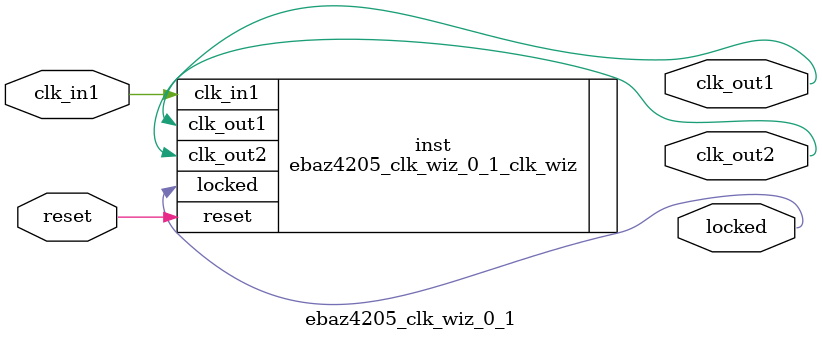
<source format=v>


`timescale 1ps/1ps

(* CORE_GENERATION_INFO = "ebaz4205_clk_wiz_0_1,clk_wiz_v6_0_11_0_0,{component_name=ebaz4205_clk_wiz_0_1,use_phase_alignment=true,use_min_o_jitter=false,use_max_i_jitter=false,use_dyn_phase_shift=false,use_inclk_switchover=false,use_dyn_reconfig=false,enable_axi=0,feedback_source=FDBK_AUTO,PRIMITIVE=PLL,num_out_clk=2,clkin1_period=10.000,clkin2_period=10.000,use_power_down=false,use_reset=true,use_locked=true,use_inclk_stopped=false,feedback_type=SINGLE,CLOCK_MGR_TYPE=NA,manual_override=false}" *)

module ebaz4205_clk_wiz_0_1 
 (
  // Clock out ports
  output        clk_out1,
  output        clk_out2,
  // Status and control signals
  input         reset,
  output        locked,
 // Clock in ports
  input         clk_in1
 );

  ebaz4205_clk_wiz_0_1_clk_wiz inst
  (
  // Clock out ports  
  .clk_out1(clk_out1),
  .clk_out2(clk_out2),
  // Status and control signals               
  .reset(reset), 
  .locked(locked),
 // Clock in ports
  .clk_in1(clk_in1)
  );

endmodule

</source>
